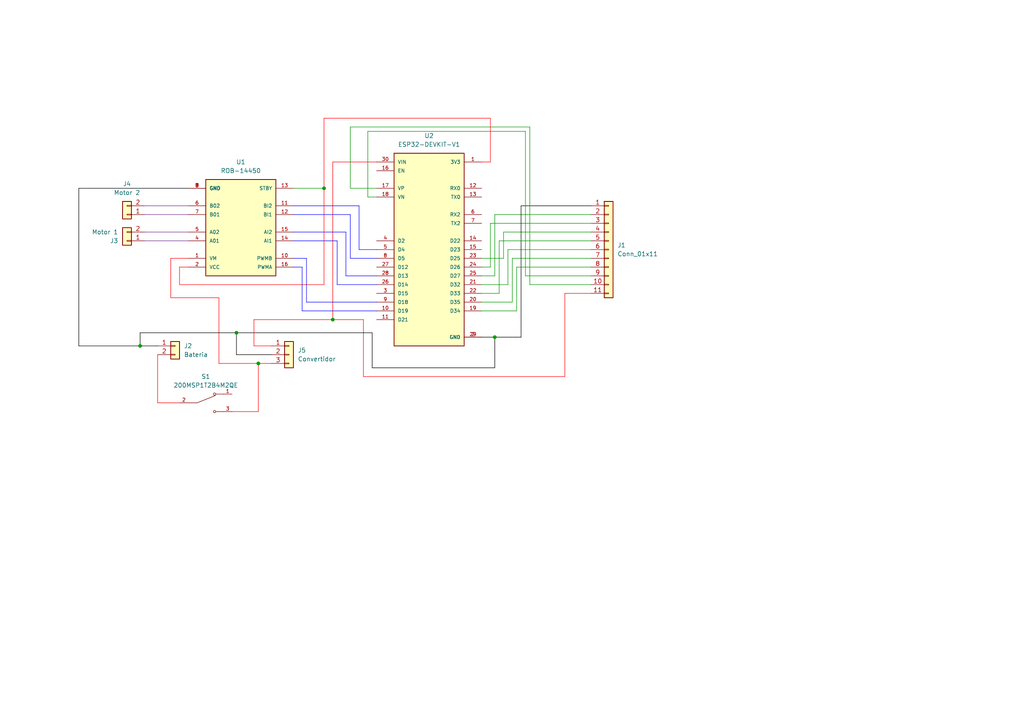
<source format=kicad_sch>
(kicad_sch (version 20231120) (generator "eeschema") (generator_version "8.0")
  (paper "A4")
  (lib_symbols
    (symbol "200MSP1T2B4M2QE:200MSP1T2B4M2QE" (pin_names (offset 1.016))
      (property "Reference" "S" (at -2.54 5.08 0))
      (property "Value" "200MSP1T2B4M2QE" (at -2.54 -5.08 0))
      (symbol "200MSP1T2B4M2QE_0_0"
        (polyline (pts (xy -2.54 0) (xy -5.08 0)) (stroke (width 0.1524)))
        (polyline (pts (xy -2.54 0) (xy 2.794 2.1336)) (stroke (width 0.1524)))
        (polyline (pts (xy 5.08 -2.54) (xy 2.921 -2.54)) (stroke (width 0.1524)))
        (polyline (pts (xy 5.08 2.54) (xy 2.921 2.54)) (stroke (width 0.1524)))
        (circle (center 2.54 -2.54) (radius 0.3302) (stroke (width 0.1524)))
        (circle (center 2.54 2.54) (radius 0.3302) (stroke (width 0.1524)))
        (pin passive line (at 7.62 2.54 180) (length 2.54) (name "~") (number "1"))
        (pin passive line (at -7.62 0 0) (length 2.54) (name "~") (number "2"))
        (pin passive line (at 7.62 -2.54 180) (length 2.54) (name "~") (number "3"))
      )
    )
    (symbol "Connector_Generic:Conn_01x02" (pin_names (offset 1.016) hide)
      (property "Reference" "J" (at 0 2.54 0))
      (property "Value" "Conn_01x02" (at 0 -5.08 0))
      (symbol "Conn_01x02_1_1"
        (rectangle (start -1.27 -2.413) (end 0 -2.667) (stroke (width 0.1524)))
        (rectangle (start -1.27 0.127) (end 0 -0.127) (stroke (width 0.1524)))
        (rectangle (start -1.27 1.27) (end 1.27 -3.81) (stroke (width 0.254)) (fill (type background)))
        (pin passive line (at -5.08 0 0) (length 3.81) (name "Pin_1") (number "1"))
        (pin passive line (at -5.08 -2.54 0) (length 3.81) (name "Pin_2") (number "2"))
      )
    )
    (symbol "Connector_Generic:Conn_01x03" (pin_names (offset 1.016) hide)
      (property "Reference" "J" (at 0 5.08 0))
      (property "Value" "Conn_01x03" (at 0 -5.08 0))
      (symbol "Conn_01x03_1_1"
        (rectangle (start -1.27 -2.413) (end 0 -2.667) (stroke (width 0.1524)))
        (rectangle (start -1.27 0.127) (end 0 -0.127) (stroke (width 0.1524)))
        (rectangle (start -1.27 2.667) (end 0 2.413) (stroke (width 0.1524)))
        (rectangle (start -1.27 3.81) (end 1.27 -3.81) (stroke (width 0.254)) (fill (type background)))
        (pin passive line (at -5.08 2.54 0) (length 3.81) (name "Pin_1") (number "1"))
        (pin passive line (at -5.08 0 0) (length 3.81) (name "Pin_2") (number "2"))
        (pin passive line (at -5.08 -2.54 0) (length 3.81) (name "Pin_3") (number "3"))
      )
    )
    (symbol "Connector_Generic:Conn_01x11" (pin_names (offset 1.016) hide)
      (property "Reference" "J" (at 0 15.24 0))
      (property "Value" "Conn_01x11" (at 0 -15.24 0))
      (symbol "Conn_01x11_1_1"
        (rectangle (start -1.27 -12.573) (end 0 -12.827) (stroke (width 0.1524)))
        (rectangle (start -1.27 -10.033) (end 0 -10.287) (stroke (width 0.1524)))
        (rectangle (start -1.27 -7.493) (end 0 -7.747) (stroke (width 0.1524)))
        (rectangle (start -1.27 -4.953) (end 0 -5.207) (stroke (width 0.1524)))
        (rectangle (start -1.27 -2.413) (end 0 -2.667) (stroke (width 0.1524)))
        (rectangle (start -1.27 0.127) (end 0 -0.127) (stroke (width 0.1524)))
        (rectangle (start -1.27 2.667) (end 0 2.413) (stroke (width 0.1524)))
        (rectangle (start -1.27 5.207) (end 0 4.953) (stroke (width 0.1524)))
        (rectangle (start -1.27 7.747) (end 0 7.493) (stroke (width 0.1524)))
        (rectangle (start -1.27 10.287) (end 0 10.033) (stroke (width 0.1524)))
        (rectangle (start -1.27 12.827) (end 0 12.573) (stroke (width 0.1524)))
        (rectangle (start -1.27 13.97) (end 1.27 -13.97) (stroke (width 0.254)) (fill (type background)))
        (pin passive line (at -5.08 12.7 0) (length 3.81) (name "Pin_1") (number "1"))
        (pin passive line (at -5.08 -10.16 0) (length 3.81) (name "Pin_10") (number "10"))
        (pin passive line (at -5.08 -12.7 0) (length 3.81) (name "Pin_11") (number "11"))
        (pin passive line (at -5.08 10.16 0) (length 3.81) (name "Pin_2") (number "2"))
        (pin passive line (at -5.08 7.62 0) (length 3.81) (name "Pin_3") (number "3"))
        (pin passive line (at -5.08 5.08 0) (length 3.81) (name "Pin_4") (number "4"))
        (pin passive line (at -5.08 2.54 0) (length 3.81) (name "Pin_5") (number "5"))
        (pin passive line (at -5.08 0 0) (length 3.81) (name "Pin_6") (number "6"))
        (pin passive line (at -5.08 -2.54 0) (length 3.81) (name "Pin_7") (number "7"))
        (pin passive line (at -5.08 -5.08 0) (length 3.81) (name "Pin_8") (number "8"))
        (pin passive line (at -5.08 -7.62 0) (length 3.81) (name "Pin_9") (number "9"))
      )
    )
    (symbol "ESP32-DEVKIT-V1:ESP32-DEVKIT-V1" (pin_names (offset 1.016))
      (property "Reference" "U" (at -10.16 30.48 0))
      (property "Value" "ESP32-DEVKIT-V1" (at -10.16 -30.48 0))
      (symbol "ESP32-DEVKIT-V1_0_0"
        (rectangle (start -10.16 -27.94) (end 10.16 27.94) (stroke (width 0.254)) (fill (type background)))
        (pin output line (at 15.24 25.4 180) (length 5.08) (name "3V3") (number "1"))
        (pin bidirectional line (at -15.24 -17.78 0) (length 5.08) (name "D19") (number "10"))
        (pin bidirectional line (at -15.24 -20.32 0) (length 5.08) (name "D21") (number "11"))
        (pin input line (at 15.24 17.78 180) (length 5.08) (name "RX0") (number "12"))
        (pin output line (at 15.24 15.24 180) (length 5.08) (name "TX0") (number "13"))
        (pin bidirectional line (at 15.24 2.54 180) (length 5.08) (name "D22") (number "14"))
        (pin bidirectional line (at 15.24 0 180) (length 5.08) (name "D23") (number "15"))
        (pin input line (at -15.24 22.86 0) (length 5.08) (name "EN") (number "16"))
        (pin bidirectional line (at -15.24 17.78 0) (length 5.08) (name "VP") (number "17"))
        (pin bidirectional line (at -15.24 15.24 0) (length 5.08) (name "VN") (number "18"))
        (pin bidirectional line (at 15.24 -17.78 180) (length 5.08) (name "D34") (number "19"))
        (pin power_in line (at 15.24 -25.4 180) (length 5.08) (name "GND") (number "2"))
        (pin bidirectional line (at 15.24 -15.24 180) (length 5.08) (name "D35") (number "20"))
        (pin bidirectional line (at 15.24 -10.16 180) (length 5.08) (name "D32") (number "21"))
        (pin bidirectional line (at 15.24 -12.7 180) (length 5.08) (name "D33") (number "22"))
        (pin bidirectional line (at 15.24 -2.54 180) (length 5.08) (name "D25") (number "23"))
        (pin bidirectional line (at 15.24 -5.08 180) (length 5.08) (name "D26") (number "24"))
        (pin bidirectional line (at 15.24 -7.62 180) (length 5.08) (name "D27") (number "25"))
        (pin bidirectional line (at -15.24 -10.16 0) (length 5.08) (name "D14") (number "26"))
        (pin bidirectional line (at -15.24 -5.08 0) (length 5.08) (name "D12") (number "27"))
        (pin bidirectional line (at -15.24 -7.62 0) (length 5.08) (name "D13") (number "28"))
        (pin power_in line (at 15.24 -25.4 180) (length 5.08) (name "GND") (number "29"))
        (pin bidirectional line (at -15.24 -12.7 0) (length 5.08) (name "D15") (number "3"))
        (pin input line (at -15.24 25.4 0) (length 5.08) (name "VIN") (number "30"))
        (pin bidirectional line (at -15.24 2.54 0) (length 5.08) (name "D2") (number "4"))
        (pin bidirectional line (at -15.24 0 0) (length 5.08) (name "D4") (number "5"))
        (pin input line (at 15.24 10.16 180) (length 5.08) (name "RX2") (number "6"))
        (pin output line (at 15.24 7.62 180) (length 5.08) (name "TX2") (number "7"))
        (pin bidirectional line (at -15.24 -2.54 0) (length 5.08) (name "D5") (number "8"))
        (pin bidirectional line (at -15.24 -15.24 0) (length 5.08) (name "D18") (number "9"))
      )
    )
    (symbol "ROB-14450:ROB-14450" (pin_names (offset 1.016))
      (property "Reference" "U" (at -10.16 16.002 0))
      (property "Value" "ROB-14450" (at -10.16 -15.24 0))
      (symbol "ROB-14450_0_0"
        (rectangle (start -10.16 -12.7) (end 10.16 15.24) (stroke (width 0.254)) (fill (type background)))
        (pin power_in line (at 15.24 10.16 180) (length 5.08) (name "VM") (number "1"))
        (pin input line (at -15.24 10.16 0) (length 5.08) (name "PWMB") (number "10"))
        (pin input line (at -15.24 -5.08 0) (length 5.08) (name "BI2") (number "11"))
        (pin input line (at -15.24 -2.54 0) (length 5.08) (name "BI1") (number "12"))
        (pin input line (at -15.24 -10.16 0) (length 5.08) (name "STBY") (number "13"))
        (pin input line (at -15.24 5.08 0) (length 5.08) (name "AI1") (number "14"))
        (pin input line (at -15.24 2.54 0) (length 5.08) (name "AI2") (number "15"))
        (pin input line (at -15.24 12.7 0) (length 5.08) (name "PWMA") (number "16"))
        (pin power_in line (at 15.24 12.7 180) (length 5.08) (name "VCC") (number "2"))
        (pin power_in line (at 15.24 -10.16 180) (length 5.08) (name "GND") (number "3"))
        (pin output line (at 15.24 5.08 180) (length 5.08) (name "A01") (number "4"))
        (pin output line (at 15.24 2.54 180) (length 5.08) (name "A02") (number "5"))
        (pin output line (at 15.24 -5.08 180) (length 5.08) (name "B02") (number "6"))
        (pin output line (at 15.24 -2.54 180) (length 5.08) (name "B01") (number "7"))
        (pin power_in line (at 15.24 -10.16 180) (length 5.08) (name "GND") (number "8"))
        (pin power_in line (at 15.24 -10.16 180) (length 5.08) (name "GND") (number "9"))
      )
    )
  )
  (junction (at 40.64 100.33))
  (junction (at 93.98 54.61))
  (junction (at 74.93 105.41))
  (junction (at 143.51 97.79))
  (junction (at 68.58 96.52))
  (junction (at 96.52 92.71))
  (wire (pts (xy 105.41 109.22) (xy 163.83 109.22)) (stroke (width 0) (color 255 0 9 1)))
  (wire (pts (xy 142.24 34.29) (xy 142.24 46.99)) (stroke (width 0) (color 255 0 9 1)))
  (wire (pts (xy 147.32 82.55) (xy 139.7 82.55)))
  (wire (pts (xy 171.45 80.01) (xy 152.4 80.01)))
  (wire (pts (xy 41.91 59.69) (xy 54.61 59.69)) (stroke (width 0) (color 119 48 146 1)))
  (wire (pts (xy 146.05 67.31) (xy 146.05 74.93)))
  (wire (pts (xy 101.6 62.23) (xy 85.09 62.23)) (stroke (width 0) (color 7 0 255 1)))
  (wire (pts (xy 171.45 77.47) (xy 149.86 77.47)))
  (wire (pts (xy 63.5 105.41) (xy 63.5 86.36)) (stroke (width 0) (color 255 0 6 1)))
  (wire (pts (xy 73.66 92.71) (xy 96.52 92.71)) (stroke (width 0) (color 255 0 9 1)))
  (wire (pts (xy 93.98 54.61) (xy 93.98 34.29)) (stroke (width 0) (color 255 0 9 1)))
  (wire (pts (xy 49.53 86.36) (xy 49.53 74.93)) (stroke (width 0) (color 255 0 6 1)))
  (wire (pts (xy 153.67 36.83) (xy 101.6 36.83)))
  (wire (pts (xy 142.24 77.47) (xy 139.7 77.47)))
  (wire (pts (xy 143.51 80.01) (xy 139.7 80.01)))
  (wire (pts (xy 171.45 82.55) (xy 153.67 82.55)))
  (wire (pts (xy 22.86 100.33) (xy 40.64 100.33)) (stroke (width 0) (color 0 0 0 1)))
  (wire (pts (xy 93.98 82.55) (xy 93.98 54.61)) (stroke (width 0) (color 255 0 9 1)))
  (wire (pts (xy 52.07 82.55) (xy 52.07 77.47)) (stroke (width 0) (color 255 0 9 1)))
  (wire (pts (xy 41.91 69.85) (xy 54.61 69.85)) (stroke (width 0) (color 119 48 146 1)))
  (wire (pts (xy 171.45 64.77) (xy 142.24 64.77)))
  (wire (pts (xy 52.07 82.55) (xy 93.98 82.55)) (stroke (width 0) (color 255 0 9 1)))
  (wire (pts (xy 149.86 77.47) (xy 149.86 90.17)))
  (wire (pts (xy 73.66 100.33) (xy 73.66 92.71)) (stroke (width 0) (color 255 0 9 1)))
  (wire (pts (xy 109.22 82.55) (xy 97.79 82.55)) (stroke (width 0) (color 7 0 255 1)))
  (wire (pts (xy 171.45 67.31) (xy 146.05 67.31)))
  (wire (pts (xy 151.13 59.69) (xy 151.13 97.79)) (stroke (width 0) (color 0 0 0 1)))
  (wire (pts (xy 142.24 46.99) (xy 139.7 46.99)) (stroke (width 0) (color 255 0 9 1)))
  (wire (pts (xy 88.9 87.63) (xy 88.9 74.93)) (stroke (width 0) (color 7 0 255 1)))
  (wire (pts (xy 45.72 116.84) (xy 52.07 116.84)) (stroke (width 0) (color 255 0 6 1)))
  (wire (pts (xy 100.33 80.01) (xy 100.33 67.31)) (stroke (width 0) (color 7 0 255 1)))
  (wire (pts (xy 163.83 85.09) (xy 171.45 85.09)) (stroke (width 0) (color 255 0 9 1)))
  (wire (pts (xy 106.68 38.1) (xy 106.68 57.15)))
  (wire (pts (xy 109.22 87.63) (xy 88.9 87.63)) (stroke (width 0) (color 7 0 255 1)))
  (wire (pts (xy 143.51 97.79) (xy 139.7 97.79)) (stroke (width 0) (color 0 0 0 1)))
  (wire (pts (xy 52.07 77.47) (xy 54.61 77.47)) (stroke (width 0) (color 255 0 9 1)))
  (wire (pts (xy 54.61 54.61) (xy 22.86 54.61)) (stroke (width 0) (color 0 0 0 1)))
  (wire (pts (xy 152.4 38.1) (xy 106.68 38.1)))
  (wire (pts (xy 142.24 64.77) (xy 142.24 77.47)))
  (wire (pts (xy 171.45 74.93) (xy 148.59 74.93)))
  (wire (pts (xy 74.93 119.38) (xy 74.93 105.41)) (stroke (width 0) (color 255 0 6 1)))
  (wire (pts (xy 146.05 74.93) (xy 139.7 74.93)))
  (wire (pts (xy 88.9 74.93) (xy 85.09 74.93)) (stroke (width 0) (color 7 0 255 1)))
  (wire (pts (xy 148.59 74.93) (xy 148.59 87.63)))
  (wire (pts (xy 85.09 54.61) (xy 93.98 54.61)))
  (wire (pts (xy 106.68 57.15) (xy 109.22 57.15)))
  (wire (pts (xy 97.79 82.55) (xy 97.79 69.85)) (stroke (width 0) (color 7 0 255 1)))
  (wire (pts (xy 74.93 105.41) (xy 63.5 105.41)) (stroke (width 0) (color 255 0 6 1)))
  (wire (pts (xy 68.58 102.87) (xy 78.74 102.87)) (stroke (width 0) (color 0 0 0 1)))
  (wire (pts (xy 151.13 97.79) (xy 143.51 97.79)) (stroke (width 0) (color 0 0 0 1)))
  (wire (pts (xy 104.14 59.69) (xy 85.09 59.69)) (stroke (width 0) (color 7 0 255 1)))
  (wire (pts (xy 107.95 96.52) (xy 107.95 106.68)) (stroke (width 0) (color 0 0 0 1)))
  (wire (pts (xy 68.58 96.52) (xy 107.95 96.52)) (stroke (width 0) (color 0 0 0 1)))
  (wire (pts (xy 109.22 74.93) (xy 101.6 74.93)) (stroke (width 0) (color 7 0 255 1)))
  (wire (pts (xy 101.6 36.83) (xy 101.6 54.61)))
  (wire (pts (xy 148.59 87.63) (xy 139.7 87.63)))
  (wire (pts (xy 109.22 90.17) (xy 87.63 90.17)) (stroke (width 0) (color 7 0 255 1)))
  (wire (pts (xy 68.58 96.52) (xy 68.58 102.87)) (stroke (width 0) (color 0 0 0 1)))
  (wire (pts (xy 22.86 54.61) (xy 22.86 100.33)) (stroke (width 0) (color 0 0 0 1)))
  (wire (pts (xy 171.45 69.85) (xy 144.78 69.85)))
  (wire (pts (xy 96.52 46.99) (xy 109.22 46.99)) (stroke (width 0) (color 255 0 9 1)))
  (wire (pts (xy 143.51 106.68) (xy 143.51 97.79)) (stroke (width 0) (color 0 0 0 1)))
  (wire (pts (xy 40.64 100.33) (xy 40.64 96.52)) (stroke (width 0) (color 0 0 0 1)))
  (wire (pts (xy 105.41 92.71) (xy 105.41 109.22)) (stroke (width 0) (color 255 0 9 1)))
  (wire (pts (xy 109.22 80.01) (xy 100.33 80.01)) (stroke (width 0) (color 7 0 255 1)))
  (wire (pts (xy 149.86 90.17) (xy 139.7 90.17)))
  (wire (pts (xy 101.6 54.61) (xy 109.22 54.61)))
  (wire (pts (xy 143.51 62.23) (xy 143.51 80.01)))
  (wire (pts (xy 107.95 106.68) (xy 143.51 106.68)) (stroke (width 0) (color 0 0 0 1)))
  (wire (pts (xy 54.61 62.23) (xy 41.91 62.23)) (stroke (width 0) (color 119 48 146 1)))
  (wire (pts (xy 49.53 74.93) (xy 54.61 74.93)) (stroke (width 0) (color 255 0 6 1)))
  (wire (pts (xy 87.63 77.47) (xy 85.09 77.47)) (stroke (width 0) (color 7 0 255 1)))
  (wire (pts (xy 40.64 100.33) (xy 45.72 100.33)) (stroke (width 0) (color 0 0 0 1)))
  (wire (pts (xy 78.74 100.33) (xy 73.66 100.33)) (stroke (width 0) (color 255 0 9 1)))
  (wire (pts (xy 144.78 69.85) (xy 144.78 85.09)))
  (wire (pts (xy 100.33 67.31) (xy 85.09 67.31)) (stroke (width 0) (color 7 0 255 1)))
  (wire (pts (xy 104.14 72.39) (xy 104.14 59.69)) (stroke (width 0) (color 7 0 255 1)))
  (wire (pts (xy 144.78 85.09) (xy 139.7 85.09)))
  (wire (pts (xy 101.6 74.93) (xy 101.6 62.23)) (stroke (width 0) (color 7 0 255 1)))
  (wire (pts (xy 153.67 82.55) (xy 153.67 36.83)))
  (wire (pts (xy 41.91 67.31) (xy 54.61 67.31)) (stroke (width 0) (color 119 48 146 1)))
  (wire (pts (xy 163.83 109.22) (xy 163.83 85.09)) (stroke (width 0) (color 255 0 9 1)))
  (wire (pts (xy 87.63 90.17) (xy 87.63 77.47)) (stroke (width 0) (color 7 0 255 1)))
  (wire (pts (xy 171.45 59.69) (xy 151.13 59.69)) (stroke (width 0) (color 0 0 0 1)))
  (wire (pts (xy 67.31 119.38) (xy 74.93 119.38)) (stroke (width 0) (color 255 0 6 1)))
  (wire (pts (xy 74.93 105.41) (xy 78.74 105.41)) (stroke (width 0) (color 255 0 6 1)))
  (wire (pts (xy 109.22 72.39) (xy 104.14 72.39)) (stroke (width 0) (color 7 0 255 1)))
  (wire (pts (xy 147.32 72.39) (xy 147.32 82.55)))
  (wire (pts (xy 63.5 86.36) (xy 49.53 86.36)) (stroke (width 0) (color 255 0 6 1)))
  (wire (pts (xy 40.64 96.52) (xy 68.58 96.52)) (stroke (width 0) (color 0 0 0 1)))
  (wire (pts (xy 96.52 92.71) (xy 105.41 92.71)) (stroke (width 0) (color 255 0 9 1)))
  (wire (pts (xy 152.4 80.01) (xy 152.4 38.1)))
  (wire (pts (xy 171.45 72.39) (xy 147.32 72.39)))
  (wire (pts (xy 45.72 102.87) (xy 45.72 116.84)) (stroke (width 0) (color 255 0 6 1)))
  (wire (pts (xy 97.79 69.85) (xy 85.09 69.85)) (stroke (width 0) (color 7 0 255 1)))
  (wire (pts (xy 93.98 34.29) (xy 142.24 34.29)) (stroke (width 0) (color 255 0 9 1)))
  (wire (pts (xy 171.45 62.23) (xy 143.51 62.23)))
  (wire (pts (xy 96.52 92.71) (xy 96.52 46.99)) (stroke (width 0) (color 255 0 9 1)))
  (symbol (lib_id "Connector_Generic:Conn_01x02") (at 36.83 62.23 180) (unit 1)
    (property "Reference" "J4" (at 36.83 53.34 0))
    (property "Value" "Motor 2" (at 36.83 55.88 0))
    (property "Footprint" "Connector_JST:JST_XH_B2B-XH-A_1x02_P2.50mm_Vertical" (effects (hide yes)))
    (property "Description" "Generic connector, single row, 01x02, script generated (kicad-library-utils/schlib/autogen/connector/)" (effects (hide yes)))
  )
  (symbol (lib_id "ROB-14450:ROB-14450") (at 69.85 64.77 180) (unit 1)
    (property "Reference" "U1" (at 69.85 46.99 0))
    (property "Value" "ROB-14450" (at 69.85 49.53 0))
    (property "Footprint" "ROB-14450:MODULE_ROB-14450" (effects (hide yes)))
    (property "MF" "SparkFun Electronics" (effects (hide yes)))
    (property "Description_1" "\nTB6612FNG Motor Controller/Driver Power Management Evaluation Board\n" (effects (hide yes)))
    (property "Package" "None" (effects (hide yes)))
    (property "Price" "None" (effects (hide yes)))
    (property "Check_prices" "https://www.snapeda.com/parts/ROB-14450/SparkFun+Electronics/view-part/?ref=eda" (effects (hide yes)))
    (property "STANDARD" "Manufacturer Recommendation" (effects (hide yes)))
    (property "PARTREV" "11-13-17" (effects (hide yes)))
    (property "SnapEDA_Link" "https://www.snapeda.com/parts/ROB-14450/SparkFun+Electronics/view-part/?ref=snap" (effects (hide yes)))
    (property "MP" "ROB-14450" (effects (hide yes)))
    (property "Availability" "In Stock" (effects (hide yes)))
    (property "MANUFACTURER" "Sparkfun Electronics" (effects (hide yes)))
  )
  (symbol (lib_id "Connector_Generic:Conn_01x03") (at 83.82 102.87 0) (unit 1)
    (property "Reference" "J5" (at 86.36 101.5999 0) (effects (justify left)))
    (property "Value" "Convertidor" (at 86.36 104.1399 0) (effects (justify left)))
    (property "Footprint" "Connector_PinHeader_2.54mm:PinHeader_1x03_P2.54mm_Vertical" (effects (hide yes)))
    (property "Description" "Generic connector, single row, 01x03, script generated (kicad-library-utils/schlib/autogen/connector/)" (effects (hide yes)))
  )
  (symbol (lib_id "Connector_Generic:Conn_01x02") (at 36.83 69.85 180) (unit 1)
    (property "Reference" "J3" (at 34.29 69.8501 0) (effects (justify left)))
    (property "Value" "Motor 1" (at 34.29 67.3101 0) (effects (justify left)))
    (property "Footprint" "Connector_JST:JST_XH_B2B-XH-A_1x02_P2.50mm_Vertical" (effects (hide yes)))
    (property "Description" "Generic connector, single row, 01x02, script generated (kicad-library-utils/schlib/autogen/connector/)" (effects (hide yes)))
  )
  (symbol (lib_id "ESP32-DEVKIT-V1:ESP32-DEVKIT-V1") (at 124.46 72.39 0) (unit 1)
    (property "Reference" "U2" (at 124.46 39.37 0))
    (property "Value" "ESP32-DEVKIT-V1" (at 124.46 41.91 0))
    (property "Footprint" "ESP32-DEVKIT-V1:MODULE_ESP32_DEVKIT_V1" (effects (hide yes)))
    (property "MF" "Do it" (effects (hide yes)))
    (property "MAXIMUM_PACKAGE_HEIGHT" "6.8 mm" (effects (hide yes)))
    (property "Package" "None" (effects (hide yes)))
    (property "Price" "None" (effects (hide yes)))
    (property "Check_prices" "https://www.snapeda.com/parts/ESP32-DEVKIT-V1/Do+it/view-part/?ref=eda" (effects (hide yes)))
    (property "STANDARD" "Manufacturer Recommendations" (effects (hide yes)))
    (property "PARTREV" "N/A" (effects (hide yes)))
    (property "SnapEDA_Link" "https://www.snapeda.com/parts/ESP32-DEVKIT-V1/Do+it/view-part/?ref=snap" (effects (hide yes)))
    (property "MP" "ESP32-DEVKIT-V1" (effects (hide yes)))
    (property "Description_1" "\nDual core, Wi-Fi: 2.4 GHz up to 150 Mbits/s,BLE (Bluetooth Low Energy) and legacy Bluetooth, 32 bits, Up to 240 MHz\n" (effects (hide yes)))
    (property "Availability" "Not in stock" (effects (hide yes)))
    (property "MANUFACTURER" "DOIT" (effects (hide yes)))
  )
  (symbol (lib_id "Connector_Generic:Conn_01x02") (at 50.8 100.33 0) (unit 1)
    (property "Reference" "J2" (at 53.34 100.3299 0) (effects (justify left)))
    (property "Value" "Bateria" (at 53.34 102.8699 0) (effects (justify left)))
    (property "Footprint" "Connector_JST:JST_XH_B2B-XH-A_1x02_P2.50mm_Vertical" (effects (hide yes)))
    (property "Description" "Generic connector, single row, 01x02, script generated (kicad-library-utils/schlib/autogen/connector/)" (effects (hide yes)))
  )
  (symbol (lib_id "Connector_Generic:Conn_01x11") (at 176.53 72.39 0) (unit 1)
    (property "Reference" "J1" (at 179.07 71.1199 0) (effects (justify left)))
    (property "Value" "Conn_01x11" (at 179.07 73.6599 0) (effects (justify left)))
    (property "Footprint" "Connector_JST:JST_XH_B11B-XH-A_1x11_P2.50mm_Vertical" (effects (hide yes)))
    (property "Description" "Generic connector, single row, 01x11, script generated (kicad-library-utils/schlib/autogen/connector/)" (effects (hide yes)))
  )
  (symbol (lib_id "200MSP1T2B4M2QE:200MSP1T2B4M2QE") (at 59.69 116.84 0) (unit 1)
    (property "Reference" "S1" (at 59.69 109.22 0))
    (property "Value" "200MSP1T2B4M2QE" (at 59.69 111.76 0))
    (property "Footprint" "200MSP1T2B4M2QE:SW_200MSP1T2B4M2QE" (effects (hide yes)))
    (property "MF" "E-Switch" (effects (hide yes)))
    (property "MAXIMUM_PACKAGE_HEIGHT" "23.64 mm" (effects (hide yes)))
    (property "Package" "None" (effects (hide yes)))
    (property "Price" "None" (effects (hide yes)))
    (property "Check_prices" "https://www.snapeda.com/parts/200MSP1T2B4M2QE/E-Switch/view-part/?ref=eda" (effects (hide yes)))
    (property "STANDARD" "Manufacturer Recommendations" (effects (hide yes)))
    (property "PARTREV" "A" (effects (hide yes)))
    (property "SnapEDA_Link" "https://www.snapeda.com/parts/200MSP1T2B4M2QE/E-Switch/view-part/?ref=snap" (effects (hide yes)))
    (property "MP" "200MSP1T2B4M2QE" (effects (hide yes)))
    (property "Description_1" "\nToggle Switch, 200 Series, SPDT, ON-NONE-ON, Sealed, 3A, 120VAC, 28VDC, PC Pin | E-Switch 200MSP1T2B4M2QE\n" (effects (hide yes)))
    (property "MANUFACTURER" "E-switch" (effects (hide yes)))
    (property "Availability" "In Stock" (effects (hide yes)))
    (property "SNAPEDA_PN" "200MSP3T1B1M2QEH" (effects (hide yes)))
  )
)
</source>
